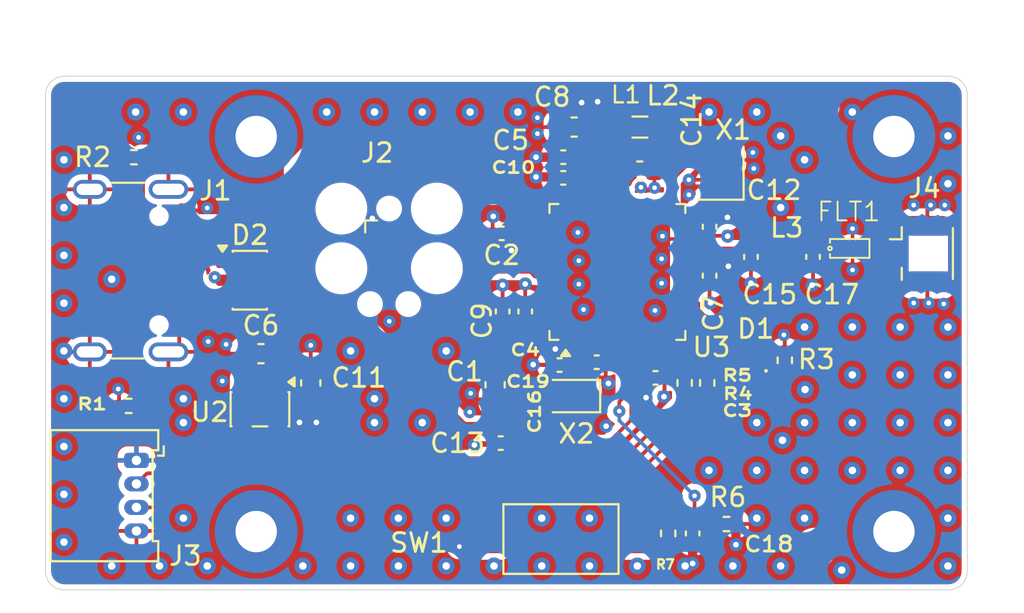
<source format=kicad_pcb>
(kicad_pcb (version 20241229) (generator "pcbnew") (generator_version "9.0")
  (layers (0 "F.Cu" signal) (4 "In1.Cu" signal) (6 "In2.Cu" signal) (2 "B.Cu" signal) (13 "F.Paste" user) (15 "B.Paste" user) (5 "F.SilkS" user "F.Silkscreen") (7 "B.SilkS" user "B.Silkscreen") (1 "F.Mask" user) (3 "B.Mask" user) (25 "Edge.Cuts" user))
  (net 0 "")
  (net 1 "+3.3V")
  (net 2 "GND")
  (net 3 "/VBUS")
  (net 4 "/SWD_NRST")
  (net 5 "/SMPSFB")
  (net 6 "/RF")
  (net 7 "/LSE_OUT")
  (net 8 "/RF_MATCH")
  (net 9 "/BOOT0")
  (net 10 "/LSE_IN")
  (net 11 "/LED_A")
  (net 12 "/LED_K")
  (net 13 "/USB_CC1")
  (net 14 "/RF_ANT")
  (net 15 "/USB_CC2")
  (net 16 "/SWD_CLK")
  (net 17 "/SWD_DIO")
  (net 18 "/SWD_TRC")
  (net 19 "Net-(J3-Pin_3)")
  (net 20 "Net-(J3-Pin_2)")
  (net 21 "/SMPSLX")
  (net 22 "/UART_TX")
  (net 23 "/UART_RX")
  (net 24 "/BSW")
  (net 34 "/HSE_OUT")
  (net 43 "/HSE_IN")
  (net 49 "/SMPSLXL")
  (net 50 "/USB_D-")
  (net 51 "/USB_D+")
  (net 54 "/USBC_D-")
  (net 55 "/USBC_D+")
  (footprint "Resistor_SMD:R_0402_1005Metric" (layer "F.Cu") (at 100.7 85.9 -90)
    (property "Reference" "R7")
    (property "Value" "220R")
  )
  (footprint "stm32withBluetoothFootprint:DLF162500LT-5028A1" (layer "F.Cu") (at 110.5 70.75)
    (property "Reference" "FLT1")
    (property "Value" "DLF162500LT-5028A1")
  )
  (footprint "Capacitor_SMD:C_0402_1005Metric" (layer "F.Cu") (at 102.9 69.6 -90)
    (property "Reference" "C12")
    (property "Value" "100n")
  )
  (footprint "Crystal:Crystal_SMD_2016-4Pin_2.0x1.6mm" (layer "F.Cu") (at 103.5 66.75 90)
    (property "Reference" "X1")
    (property "Value" "32MHz")
  )
  (footprint "Inductor_SMD:L_0402_1005Metric" (layer "F.Cu") (at 106.7 70.8)
    (property "Reference" "L3")
    (property "Value" "2n7")
  )
  (footprint "Capacitor_SMD:C_0402_1005Metric" (layer "F.Cu") (at 95.125 65.9 180)
    (property "Reference" "C5")
    (property "Value" "100n")
  )
  (footprint "Capacitor_SMD:C_0402_1005Metric" (layer "F.Cu") (at 102.9 72.2 -90)
    (property "Reference" "C7")
    (property "Value" "100n")
  )
  (footprint "MountingHole:MountingHole_2.2mm_M2_Pad" (layer "F.Cu") (at 78.8 85.8)
    (property "Reference" "H3" (hide yes))
    (property "Value" "MountingHole_Pad")
  )
  (footprint "Capacitor_SMD:C_0402_1005Metric" (layer "F.Cu") (at 96.9 76.8)
    (property "Reference" "C16")
    (property "Value" "10p")
  )
  (footprint "Capacitor_SMD:C_0603_1608Metric" (layer "F.Cu") (at 79.052151 76.344768 180)
    (property "Reference" "C6")
    (property "Value" "4u7")
  )
  (footprint "Resistor_SMD:R_0402_1005Metric" (layer "F.Cu") (at 101.575 77.9 90)
    (property "Reference" "R4")
    (property "Value" "220R")
  )
  (footprint "Resistor_SMD:R_0402_1005Metric" (layer "F.Cu") (at 72.3 65.9 180)
    (property "Reference" "R2")
    (property "Value" "5k1")
  )
  (footprint "Capacitor_SMD:C_0603_1608Metric" (layer "F.Cu") (at 99.19 66.64)
    (property "Reference" "C14")
    (property "Value" "4u7")
  )
  (footprint "Capacitor_SMD:C_0402_1005Metric" (layer "F.Cu") (at 91.8 81.1 180)
    (property "Reference" "C13")
    (property "Value" "100n")
  )
  (footprint "Button_Switch_SMD:SW_SPST_CK_RS282G05A3" (layer "F.Cu") (at 95 86.2 180)
    (property "Reference" "SW1")
    (property "Value" "SW_Push")
  )
  (footprint "Crystal:Crystal_SMD_2012-2Pin_2.0x1.2mm" (layer "F.Cu") (at 95.825 78.6 180)
    (property "Reference" "X2")
    (property "Value" "32KHz76B")
  )
  (footprint "Capacitor_SMD:C_0402_1005Metric" (layer "F.Cu") (at 94.925 76.95 180)
    (property "Reference" "C19")
    (property "Value" "10p")
  )
  (footprint "Capacitor_SMD:C_0603_1608Metric" (layer "F.Cu") (at 81.7 77.9 90)
    (property "Reference" "C11")
    (property "Value" "4u7")
  )
  (footprint "Resistor_SMD:R_0402_1005Metric" (layer "F.Cu") (at 106.9 76.7 -90)
    (property "Reference" "R3")
    (property "Value" "220R")
  )
  (footprint "Capacitor_SMD:C_0402_1005Metric" (layer "F.Cu") (at 102 85.9 -90)
    (property "Reference" "C18")
    (property "Value" "100n")
  )
  (footprint "Package_TO_SOT_SMD:TSOT-23-5" (layer "F.Cu") (at 79 79.3 -90)
    (property "Reference" "U2")
    (property "Value" "MIC5365-3.3YD5")
  )
  (footprint "MountingHole:MountingHole_2.2mm_M2_Pad" (layer "F.Cu") (at 112.7 85.8)
    (property "Reference" "H4" (hide yes))
    (property "Value" "MountingHole_Pad")
  )
  (footprint "Capacitor_SMD:C_0402_1005Metric" (layer "F.Cu") (at 108.4 71.2 -90)
    (property "Reference" "C17")
    (property "Value" "Op3")
  )
  (footprint "Resistor_SMD:R_0402_1005Metric" (layer "F.Cu") (at 103.8 85.4)
    (property "Reference" "R6")
    (property "Value" "5k1")
  )
  (footprint "Fiducial:Fiducial_1mm_Mask2mm" (layer "F.Cu") (at 108.5 86.7)
    (property "Reference" "FM2" (hide yes))
    (property "Value" "Fiducial")
  )
  (footprint "Capacitor_SMD:C_0402_1005Metric" (layer "F.Cu") (at 105.1 71.2 -90)
    (property "Reference" "C15")
    (property "Value" "Op8")
  )
  (footprint "Fiducial:Fiducial_1mm_Mask2mm" (layer "F.Cu") (at 69.5 63.2)
    (property "Reference" "FM3" (hide yes))
    (property "Value" "Fiducial")
  )
  (footprint "Capacitor_SMD:C_0402_1005Metric" (layer "F.Cu") (at 100.023253 77.631198)
    (property "Reference" "C3")
    (property "Value" "100n")
  )
  (footprint "Inductor_SMD:L_0402_1005Metric" (layer "F.Cu") (at 96.759373 66.498264 90)
    (property "Reference" "L1")
    (property "Value" "10n")
  )
  (footprint "MountingHole:MountingHole_2.2mm_M2_Pad" (layer "F.Cu") (at 78.8 64.8)
    (property "Reference" "H1" (hide yes))
    (property "Value" "MountingHole_Pad")
  )
  (footprint "Capacitor_SMD:C_0402_1005Metric" (layer "F.Cu") (at 95.125 67 180)
    (property "Reference" "C10")
    (property "Value" "100n")
  )
  (footprint "Inductor_SMD:L_0805_2012Metric" (layer "F.Cu") (at 99.2 64.3)
    (property "Reference" "L2")
    (property "Value" "10u")
  )
  (footprint "Resistor_SMD:R_0402_1005Metric" (layer "F.Cu") (at 102.775 77.9 90)
    (property "Reference" "R5")
    (property "Value" "220R")
  )
  (footprint "MountingHole:MountingHole_2.2mm_M2_Pad" (layer "F.Cu") (at 112.7 64.8)
    (property "Reference" "H2" (hide yes))
    (property "Value" "MountingHole_Pad")
  )
  (footprint "LED_SMD:LED_01005_0402Metric" (layer "F.Cu") (at 105.9 76.5 90)
    (property "Reference" "D1")
    (property "Value" "LED")
  )
  (footprint "Connector_USB:USB_C_Receptacle_GCT_USB4105-xx-A_16P_TopMnt_Horizontal" (layer "F.Cu") (at 71.03 71.93 -90)
    (property "Reference" "J1")
    (property "Value" "USB_C_Receptacle_USB2.0_16P")
  )
  (footprint "Capacitor_SMD:C_0402_1005Metric" (layer "F.Cu") (at 91.9 74.1 90)
    (property "Reference" "C9")
    (property "Value" "100n")
  )
  (footprint "Resistor_SMD:R_0402_1005Metric" (layer "F.Cu") (at 72.02 79.12 180)
    (property "Reference" "R1")
    (property "Value" "5k1")
  )
  (footprint "Package_DFN_QFN:QFN-48-1EP_7x7mm_P0.5mm_EP5.6x5.6mm" (layer "F.Cu") (at 98 72 90)
    (property "Reference" "U3")
    (property "Value" "STM32WB55CEU6")
  )
  (footprint "Capacitor_SMD:C_0402_1005Metric" (layer "F.Cu") (at 93.1 74.1 90)
    (property "Reference" "C4")
    (property "Value" "100n")
  )
  (footprint "Fiducial:Fiducial_1mm_Mask2mm" (layer "F.Cu") (at 108.7 63.2)
    (property "Reference" "FM1" (hide yes))
    (property "Value" "Fiducial")
  )
  (footprint "Capacitor_SMD:C_0603_1608Metric" (layer "F.Cu") (at 91.5 78 -90)
    (property "Reference" "C1")
    (property "Value" "4u7")
  )
  (footprint "Capacitor_SMD:C_0402_1005Metric" (layer "F.Cu") (at 91.85 69.95 180)
    (property "Reference" "C2")
    (property "Value" "100n")
  )
  (footprint "Package_TO_SOT_SMD:SOT-23-6" (layer "F.Cu") (at 78.46 72.44)
    (property "Reference" "D2")
    (property "Value" "USBLC6-2SC6")
  )
  (footprint "Capacitor_SMD:C_0603_1608Metric" (layer "F.Cu") (at 95.7 64.3 180)
    (property "Reference" "C8")
    (property "Value" "4u7")
  )
  (footprint "Connector_Molex:Molex_PicoBlade_53048-0410_1x04_P1.25mm_Horizontal" (layer "F.Cu") (at 72.434549 82.01838 -90)
    (property "Reference" "J3")
    (property "Value" "Conn_01x04_Pin")
  )
  (footprint "Connector_Coaxial:U.FL_Hirose_U.FL-R-SMT-1_Vertical" (layer "F.Cu") (at 114 71.0225)
    (property "Reference" "J4")
    (property "Value" "Conn_Coaxial")
  )
  (footprint "Connector:Tag-Connect_TC2030-IDC-FP_2x03_P1.27mm_Vertical" (layer "F.Cu") (at 85.865 71.17 -90)
    (property "Reference" "J2")
    (property "Value" "Conn_ARM_SWD_TagConnect_TC2030")
  )
  (gr_line (start 115.6 88.9) (end 68.6 88.9) (stroke (width 0.05)) (layer "Edge.Cuts"))
  (gr_arc (start 115.6 61.6) (mid 116.307107 61.892893) (end 116.6 62.6) (stroke (width 0.05)) (layer "Edge.Cuts"))
  (gr_arc (start 116.6 87.9) (mid 116.307107 88.607107) (end 115.6 88.9) (stroke (width 0.05)) (layer "Edge.Cuts"))
  (gr_line (start 68.6 61.6) (end 115.6 61.6) (stroke (width 0.05)) (layer "Edge.Cuts"))
  (gr_line (start 67.6 87.9) (end 67.6 62.6) (stroke (width 0.05)) (layer "Edge.Cuts"))
  (gr_line (start 116.6 62.6) (end 116.6 87.9) (stroke (width 0.05)) (layer "Edge.Cuts"))
  (gr_arc (start 68.6 88.9) (mid 67.892893 88.607107) (end 67.6 87.9) (stroke (width 0.05)) (layer "Edge.Cuts"))
  (gr_arc (start 67.6 62.6) (mid 67.892893 61.892893) (end 68.6 61.6) (stroke (width 0.05)) (layer "Edge.Cuts"))
  (segment (start 93.65 70.75) (end 93.6 70.8) (width 0.19) (layer "F.Cu") (net 1))
  (segment (start 96.9 63) (end 96.1 63) (width 0.25) (layer "F.Cu") (net 1))
  (segment (start 95.25 75.55) (end 94.7 76.1) (width 0.19) (layer "F.Cu") (net 1))
  (segment (start 95.7 67.8) (end 95.605 67.705) (width 0.25) (layer "F.Cu") (net 1))
  (segment (start 96.95 62.95) (end 96.9 63) (width 0.25) (layer "F.Cu") (net 1))
  (segment (start 92.33 70.82) (end 92.37 70.86) (width 0.25) (layer "F.Cu") (net 1))
  (segment (start 95.605 65.9) (end 95.605 67) (width 0.25) (layer "F.Cu") (net 1))
  (segment (start 102.93 69.1) (end 103.85 69.1) (width 0.5) (layer "F.Cu") (net 1))
  (segment (start 85.23 69.9) (end 85.23 69.411424) (width 0.22) (layer "F.Cu") (net 1))
  (segment (start 96.475 64.3) (end 96.475 63.375) (width 0.25) (layer "F.Cu") (net 1))
  (segment (start 89.6 86.6) (end 90.7 86.6) (width 0.5) (layer "F.Cu") (net 1))
  (segment (start 102.05 71.25) (end 102.1 71.3) (width 0.25) (layer "F.Cu") (net 1))
  (segment (start 99.1 76.3) (end 99.543253 76.743253) (width 0.25) (layer "F.Cu") (net 1))
  (segment (start 96.25 67.85) (end 96.2 67.8) (width 0.19) (layer "F.Cu") (net 1))
  (segment (start 91.9 76.825) (end 91.5 77.225) (width 0.5) (layer "F.Cu") (net 1))
  (segment (start 103.88 71.72) (end 103.9 71.7) (width 0.5) (layer "F.Cu") (net 1))
  (segment (start 98.75 75.95) (end 99.1 76.3) (width 0.19) (layer "F.Cu") (net 1))
  (segment (start 96.2 67.8) (end 95.7 67.8) (width 0.19) (layer "F.Cu") (net 1))
  (segment (start 94.5625 70.75) (end 93.65 70.75) (width 0.19) (layer "F.Cu") (net 1))
  (segment (start 96.1 63) (end 96.1 65.405) (width 0.25) (layer "F.Cu") (net 1))
  (segment (start 102.9 71.72) (end 103.88 71.72) (width 0.5) (layer "F.Cu") (net 1))
  (segment (start 101.4375 69.75) (end 101.95 69.75) (width 0.25) (layer "F.Cu") (net 1))
  (segment (start 92.33 69.95) (end 92.33 70.82) (width 0.25) (layer "F.Cu") (net 1))
  (segment (start 99.543253 76.743253) (end 99.543253 77.631198) (width 0.25) (layer "F.Cu") (net 1))
  (segment (start 102.1 71.3) (end 102.52 71.72) (width 0.3) (layer "F.Cu") (net 1))
  (segment (start 102.52 71.72) (end 102.9 71.72) (width 0.3) (layer "F.Cu") (net 1))
  (segment (start 102.58 69.12) (end 102.9 69.12) (width 0.25) (layer "F.Cu") (net 1))
  (segment (start 91.9 74.58) (end 91.9 76.825) (width 0.5) (layer "F.Cu") (net 1))
  (segment (start 101.4375 71.25) (end 102.05 71.25) (width 0.25) (layer "F.Cu") (net 1))
  (segment (start 95.25 75.4375) (end 95.25 75.55) (width 0.19) (layer "F.Cu") (net 1))
  (segment (start 93.6 70.8) (end 93.54 70.86) (width 0.25) (layer "F.Cu") (net 1))
  (segment (start 85.23 69.411424) (end 84.971424 69.152848) (width 0.22) (layer "F.Cu") (net 1))
  (segment (start 98.75 75.4375) (end 98.75 75.95) (width 0.19) (layer "F.Cu") (net 1))
  (segment (start 95.75 68.5625) (end 95.75 67.85) (width 0.19) (layer "F.Cu") (net 1))
  (segment (start 101.95 69.75) (end 102.58 69.12) (width 0.25) (layer "F.Cu") (net 1))
  (segment (start 99.543253 77.631198) (end 99.543253 78.661198) (width 0.5) (layer "F.Cu") (net 1))
  (segment (start 91.9 74.58) (end 93.1 74.58) (width 0.25) (layer "F.Cu") (net 1))
  (segment (start 96.1 65.405) (end 95.605 65.9) (width 0.25) (layer "F.Cu") (net 1))
  (segment (start 96.475 63.375) (end 96.1 63) (width 0.25) (layer "F.Cu") (net 1))
  (segment (start 95.75 67.85) (end 95.7 67.8) (width 0.19) (layer "F.Cu") (net 1))
  (segment (start 96.25 68.5625) (end 96.25 67.85) (width 0.19) (layer "F.Cu") (net 1))
  (segment (start 93.54 70.86) (end 92.37 70.86) (width 0.25) (layer "F.Cu") (net 1))
  (segment (start 90.7 86.6) (end 91.1 86.2) (width 0.5) (layer "F.Cu") (net 1))
  (segment (start 99.543253 78.661198) (end 99.523253 78.681198) (width 0.5) (layer "F.Cu") (net 1))
  (segment (start 95.605 67.705) (end 95.605 67) (width 0.25) (layer "F.Cu") (net 1))
  (via (at 103.9 71.7) (size 0.7) (drill 0.3) (layers "F.Cu" "B.Cu") (net 1))
  (via (at 94.7 76.1) (size 0.7) (drill 0.3) (layers "F.Cu" "B.Cu") (net 1))
  (via (at 92.37 70.86) (size 0.7) (drill 0.3) (layers "F.Cu" "B.Cu") (net 1))
  (via (at 82 80) (size 0.7) (drill 0.3) (layers "F.Cu" "B.Cu") (net 1))
  (via (at 99.523253 78.681198) (size 0.7) (drill 0.3) (layers "F.Cu" "B.Cu") (net 1))
  (via (at 96.95 62.95) (size 0.7) (drill 0.3) (layers "F.Cu" "B.Cu") (net 1))
  (via (at 103.85 69.1) (size 0.7) (drill 0.3) (layers "F.Cu" "B.Cu") (net 1))
  (via (at 89.6 86.6) (size 0.65) (drill 0.25) (layers "F.Cu" "B.Cu") (net 1))
  (via (at 81.1 80) (size 0.7) (drill 0.3) (layers "F.Cu" "B.Cu") (net 1))
  (via (at 96.1 63) (size 0.7) (drill 0.3) (layers "F.Cu" "B.Cu") (net 1))
  (via (at 84.971424 69.152848) (size 0.7) (drill 0.3) (layers "F.Cu" "B.Cu") (net 1))
  (segment (start 96.1 63) (end 96.025 63) (width 0.25) (layer "B.Cu") (net 1))
  (segment (start 84.971424 69.596424) (end 85.225 69.85) (width 0.22) (layer "B.Cu") (net 1))
  (segment (start 84.971424 69.152848) (end 84.971424 69.596424) (width 0.22) (layer "B.Cu") (net 1))
  (segment (start 106.85 76.14) (end 106.9 76.19) (width 0.5) (layer "F.Cu") (net 2))
  (segment (start 94.595 65.9) (end 93.675 65.9) (width 0.5) (layer "F.Cu") (net 2))
  (segment (start 97.25 68.5625) (end 97.25 71.25) (width 0.3) (layer "F.Cu") (net 2))
  (segment (start 79 78.1625) (end 79 78.7291) (width 0.5) (layer "F.Cu") (net 2))
  (segment (start 94.42 76.925) (end 94.445 76.95) (width 0.19) (layer "F.Cu") (net 2))
  (segment (start 101.8 67.9) (end 102.25 67.45) (width 0.19) (layer "F.Cu") (net 2))
  (segment (start 91.22 81.2) (end 91.32 81.1) (width 0.19) (layer "F.Cu") (net 2))
  (segment (start 110.5 71.9) (end 110.5 70.9775) (width 0.19) (layer "F.Cu") (net 2))
  (segment (start 101.8 67.1) (end 102.6 67.1) (width 0.19) (layer "F.Cu") (net 2))
  (segment (start 90.4 81.2) (end 91.22 81.2) (width 0.19) (layer "F.Cu") (net 2))
  (segment (start 102 87.5) (end 102 86.38) (width 0.5) (layer "F.Cu") (net 2))
  (segment (start 97.25 71.25) (end 98 72) (width 0.3) (layer "F.Cu") (net 2))
  (segment (start 85.23 72.44) (end 85.75 72.96) (width 0.19) (layer "F.Cu") (net 2))
  (segment (start 99.965 66.785) (end 99.965 66.64) (width 0.5) (layer "F.Cu") (net 2))
  (segment (start 102.6 67.1) (end 102.95 67.45) (width 0.19) (layer "F.Cu") (net 2))
  (segment (start 91.175 78.45) (end 91.5 78.775) (width 0.3) (layer "F.Cu") (net 2))
  (segment (start 100.025 66.7) (end 99.965 66.64) (width 0.5) (layer "F.Cu") (net 2))
  (segment (start 110.5 69.7) (end 110.5 70.5225) (width 0.19) (layer "F.Cu") (net 2))
  (segment (start 100.503253 78.601198) (end 100.473253 78.631198) (width 0.19) (layer "F.Cu") (net 2))
  (segment (start 77.6469 79.276) (end 77 78.6291) (width 0.5) (layer "F.Cu") (net 2))
  (segment (start 101.4375 70.25) (end 100.55 70.25) (width 0.19) (layer "F.Cu") (net 2))
  (segment (start 100.503253 77.631198) (end 100.503253 78.601198) (width 0.19) (layer "F.Cu") (net 2))
  (segment (start 102.73 70.25) (end 102.9 70.08) (width 0.25) (layer "F.Cu") (net 2))
  (segment (start 100.55 70.25) (end 100.4 70.1) (width 0.19) (layer "F.Cu") (net 2))
  (segment (start 71.467849 79.077849) (end 71.51 79.12) (width 0.5) (layer "F.Cu") (net 2))
  (segment (start 102.25 67.45) (end 102.95 67.45) (width 0.19) (layer "F.Cu") (net 2))
  (segment (start 78.4531 79.276) (end 77.6469 79.276) (width 0.5) (layer "F.Cu") (net 2))
  (segment (start 97.38 77.78) (end 97.525 77.925) (width 0.19) (layer "F.Cu") (net 2))
  (segment (start 79 78.7291) (end 78.4531 79.276) (width 0.5) (layer "F.Cu") (net 2))
  (segment (start 97.38 76.8) (end 97.38 77.78) (width 0.19) (layer "F.Cu") (net 2))
  (segment (start 93.525 76.925) (end 94.42 76.925) (width 0.19) (layer "F.Cu") (net 2))
  (segment (start 104.3 86.5) (end 104.3 85.41) (width 0.5) (layer "F.Cu") (net 2))
  (segment (start 91.33 69.91) (end 91.37 69.95) (width 0.25) (layer "F.Cu") (net 2))
  (segment (start 85.75 72.96) (end 85.75 73.175) (width 0.19) (layer "F.Cu") (net 2))
  (segment (start 78.8 64.8) (end 78.9 64.8) (width 0.19) (layer "F.Cu") (net 2))
  (segment (start 74.84 68.6) (end 74.71 68.73) (width 0.5) (layer "F.Cu") (net 2))
  (segment (start 77 78.6291) (end 77 77.8) (width 0.5) (layer "F.Cu") (net 2))
  (segment (start 104.3 85.41) (end 104.31 85.4) (width 0.5) (layer "F.Cu") (net 2))
  (segment (start 94.595 66.95) (end 93.675 66.95) (width 0.5) (layer "F.Cu") (net 2))
  (via (at 74.93 80.01) (size 0.9) (drill 0.4) (layers "F.Cu" "B.Cu") (net 2))
  (via (at 107.975 78.25) (size 0.9) (drill 0.4) (layers "F.Cu" "B.Cu") (net 2))
  (via (at 105.2 65.65) (size 0.65) (drill 0.25) (layers "F.Cu" "B.Cu") (net 2))
  (via (at 107.95 80.01) (size 0.9) (drill 0.4) (layers "F.Cu" "B.Cu") (net 2))
  (via (at 99.06 87.63) (size 0.9) (drill 0.4) (layers "F.Cu" "B.Cu") (net 2))
  (via (at 90.2 78.45) (size 0.65) (drill 0.25) (layers "F.Cu" "B.Cu") (net 2))
  (via (at 68.58 73.66) (size 0.9) (drill 0.4) (layers "F.Cu" "B.Cu") (net 2))
  (via (at 83.82 76.2) (size 0.9) (drill 0.4) (layers "F.Cu" "B.Cu") (net 2))
  (via (at 105.41 85.09) (size 0.9) (drill 0.4) (layers "F.Cu" "B.Cu") (net 2))
  (via (at 109.925 87.85) (size 0.9) (drill 0.4) (layers "F.Cu" "B.Cu") (net 2))
  (via (at 114.55 73.65) (size 0.65) (drill 0.25) (layers "F.Cu" "B.Cu") (net 2))
  (via (at 77 77.8) (size 0.65) (drill 0.25) (layers "F.Cu" "B.Cu") (net 2))
  (via (at 72.39 63.5) (size 0.9) (drill 0.4) (layers "F.Cu" "B.Cu") (net 2))
  (via (at 91.44 87.63) (size 0.9) (drill 0.4) (layers "F.Cu" "B.Cu") (net 2))
  (via (at 102.87 63.5) (size 0.9) (drill 0.4) (layers "F.Cu" "B.Cu") (net 2))
  (via (at 110.49 80.01) (size 0.9) (drill 0.4) (layers "F.Cu" "B.Cu") (net 2))
  (via (at 82.55 63.5) (size 0.9) (drill 0.4) (layers "F.Cu" "B.Cu") (net 2))
  (via (at 95.9 69.9) (size 0.65) (drill 0.25) (layers "F.Cu" "B.Cu") (net 2))
  (via (at 110.49 77.47) (size 0.9) (drill 0.4) (layers "F.Cu" "B.Cu") (net 2))
  (via (at 68.58 83.82) (size 0.9) (drill 0.4) (layers "F.Cu" "B.Cu") (net 2))
  (via (at 114.65 68.45) (size 0.65) (drill 0.25) (layers "F.Cu" "B.Cu") (net 2))
  (via (at 95.95 72.65) (size 0.65) (drill 0.25) (layers "F.Cu" "B.Cu") (net 2))
  (via (at 113.75 68.45) (size 0.65) (drill 0.25) (layers "F.Cu" "B.Cu") (net 2))
  (via (at 68.58 81.28) (size 0.9) (drill 0.4) (layers "F.Cu" "B.Cu") (net 2))
  (via (at 81.28 87.63) (size 0.9) (drill 0.4) (layers "F.Cu" "B.Cu") (net 2))
  (via (at 68.58 78.74) (size 0.9) (drill 0.4) (layers "F.Cu" "B.Cu") (net 2))
  (via (at 115.57 74.93) (size 0.9) (drill 0.4) (layers "F.Cu" "B.Cu") (net 2))
  (via (at 110.49 63.5) (size 0.9) (drill 0.4) (layers "F.Cu" "B.Cu") (net 2))
  (via (at 100.35 72.6) (size 0.65) (drill 0.25) (layers "F.Cu" "B.Cu") (net 2))
  (via (at 90.17 63.5) (size 0.9) (drill 0.4) (layers "F.Cu" "B.Cu") (net 2))
  (via (at 71.467849 78.225232) (size 0.65) (drill 0.25) (layers "F.Cu" "B.Cu") (net 2))
  (via (at 76.25 75.7) (size 0.65) (drill 0.25) (layers "F.Cu" "B.Cu") (net 2))
  (via (at 100.35 71.3) (size 0.65) (drill 0.25) (layers "F.Cu" "B.Cu") (net 2))
  (via (at 115.57 77.47) (size 0.9) (drill 0.4) (layers "F.Cu" "B.Cu") (net 2))
  (via (at 76.2 68.6) (size 0.65) (drill 0.25) (layers "F.Cu" "B.Cu") (net 2))
  (via (at 88.9 87.63) (size 0.9) (drill 0.4) (layers "F.Cu" "B.Cu") (net 2))
  (via (at 86.36 87.63) (size 0.9) (drill 0.4) (layers "F.Cu" "B.Cu") (net 2))
  (via (at 110.49 82.55) (size 0.9) (drill 0.4) (layers "F.Cu" "B.Cu") (net 2))
  (via (at 110.5 71.9) (size 0.65) (drill 0.25) (layers "F.Cu" "B.Cu") (net 2))
  (via (at 86.36 85.09) (size 0.9) (drill 0.4) (layers "F.Cu" "B.Cu") (net 2))
  (via (at 93.98 87.63) (size 0.9) (drill 0.4) (layers "F.Cu" "B.Cu") (net 2))
  (via (at 102.87 82.55) (size 0.9) (drill 0.4) (layers "F.Cu" "B.Cu") (net 2))
  (via (at 110.5 69.7) (size 0.65) (drill 0.25) (layers "F.Cu" "B.Cu") (net 2))
  (via (at 99.975 67.525) (size 0.65) (drill 0.25) (layers "F.Cu" "B.Cu") (net 2))
  (via (at 113.03 74.93) (size 0.9) (drill 0.4) (layers "F.Cu" "B.Cu") (net 2))
  (via (at 106.68 68.58) (size 0.9) (drill 0.4) (layers "F.Cu" "B.Cu") (net 2))
  (via (at 105.25 66.5) (size 0.65) (drill 0.25) (layers "F.Cu" "B.Cu") (net 2))
  (via (at 77.2 75.85) (size 0.65) (drill 0.25) (layers "F.Cu" "B.Cu") (net 2))
  (via (at 106.68 87.63) (size 0.9) (drill 0.4) (layers "F.Cu" "B.Cu") (net 2))
  (via (at 100.4 70.1) (size 0.65) (drill 0.25) (layers "F.Cu" "B.Cu") (net 2))
  (via (at 102 87.5) (size 0.7) (drill 0.3) (layers "F.Cu" "B.Cu") (net 2))
  (via (at 113.03 82.55) (size 0.9) (drill 0.4) (layers "F.Cu" "B.Cu") (net 2))
  (via (at 85.09 78.74) (size 0.9) (drill 0.4) (layers "F.Cu" "B.Cu") (net 2))
  (via (at 107.95 66.04) (size 0.9) (drill 0.4) (layers "F.Cu" "B.Cu") (net 2))
  (via (at 88.9 76.2) (size 0.9) (drill 0.4) (layers "F.Cu" "B.Cu") (net 2))
  (via (at 105.41 80.01) (size 0.9) (drill 0.4) (layers "F.Cu" "B.Cu") (net 2))
  (via (at 108.35 72.7) (size 0.7) (drill 0.3) (layers "F.Cu" "B.Cu") (net 2))
  (via (at 85.09 80.01) (size 0.9) (drill 0.4) (layers "F.Cu" "B.Cu") (net 2))
  (via (at 113.03 80.01) (size 0.9) (drill 0.4) (layers "F.Cu" "B.Cu") (net 2))
  (via (at 113.75 73.65) (size 0.65) (drill 0.25) (layers "F.Cu" "B.Cu") (net 2))
  (via (at 97.4 80.2) (size 0.7) (drill 0.3) (layers "F.Cu" "B.Cu") (net 2))
  (via (at 115.57 67.31) (size 0.9) (drill 0.4) (layers "F.Cu" "B.Cu") (net 2))
  (via (at 105.1 72.6) (size 0.7) (drill 0.3) (layers "F.Cu" "B.Cu") (net 2))
  (via (at 110.49 74.93) (size 0.9) (drill 0.4) (layers "F.Cu" "B.Cu") (net 2))
  (via (at 90.15 79.45) (size 0.65) (drill 0.25) (layers "F.Cu" "B.Cu") (net 2))
  (via (at 85.09 63.5) (size 0.9) (drill 0.4) (layers "F.Cu" "B.Cu") (net 2))
  (via (at 74.93 63.5) (size 0.9) (drill 0.4) (layers "F.Cu" "B.Cu") (net 2))
  (via (at 104.14 87.63) (size 0.9) (drill 0.4) (layers "F.Cu" "B.Cu") (net 2))
  (via (at 74.93 85.09) (size 0.9) (drill 0.4) (layers "F.Cu" "B.Cu") (net 2))
  (via (at 71.12 72.39) (size 0.9) (drill 0.4) (layers "F.Cu" "B.Cu") (net 2))
  (via (at 90.4 81.2) (size 0.7) (drill 0.3) (layers "F.Cu" "B.Cu") (net 2))
  (via (at 83.82 87.63) (size 0.9) (drill 0.4) (layers "F.Cu" "B.Cu") (net 2))
  (via (at 100.473253 78.631198) (size 0.7) (drill 0.3) (layers "F.Cu" "B.Cu") (net 2))
  (via (at 68.58 76.2) (size 0.9) (drill 0.4) (layers "F.Cu" "B.Cu") (net 2))
  (via (at 93.98 85.09) (size 0.9) (drill 0.4) (layers "F.Cu" "B.Cu") (net 2))
  (via (at 115.57 87.63) (size 0.9) (drill 0.4) (layers "F.Cu" "B.Cu") (net 2))
  (via (at 103.86 70.1) (size 0.7) (drill 0.3) (layers "F.Cu" "B.Cu") (net 2))
  (via (at 73.66 87.63) (size 0.9) (drill 0.4) (layers "F.Cu" "B.Cu") (net 2))
  (via (at 101.8 67.9) (size 0.65) (drill 0.25) (layers "F.Cu" "B.Cu") (net 2))
  (via (at 115.57 82.55) (size 0.9) (drill 0.4) (layers "F.Cu" "B.Cu") (net 2))
  (via (at 107.95 85.09) (size 0.9) (drill 0.4) (layers "F.Cu" "B.Cu") (net 2))
  (via (at 93.1 72.64) (size 0.7) (drill 0.3) (layers "F.Cu" "B.Cu") (net 2))
  (via (at 115.57 64.77) (size 0.9) (drill 0.4) (layers "F.Cu" "B.Cu") (net 2))
  (via (at 106.775 80.95) (size 0.9) (drill 0.4) (layers "F.Cu" "B.Cu") (net 2))
  (via (at 105.41 63.5) (size 0.9) (drill 0.4) (layers "F.Cu" "B.Cu") (net 2))
  (via (at 68.58 86.36) (size 0.9) (drill 0.4) (layers "F.Cu" "B.Cu") (net 2))
  (via (at 95.95 71.4) (size 0.65) (drill 0.25) (layers "F.Cu" "B.Cu") (net 2))
  (via (at 106.85 75.35) (size 0.65) (drill 0.25) (layers "F.Cu" "B.Cu") (net 2))
  (via (at 93.675 66.95) (size 0.7) (drill 0.3) (layers "F.Cu" "B.Cu") (net 2))
  (via (at 76.2 87.63) (size 0.9) (drill 0.4) (layers "F.Cu" "B.Cu") (net 2))
  (via (at 83.82 85.09) (size 0.9) (drill 0.4) (layers "F.Cu" "B.Cu") (net 2))
  (via (at 97.525 77.925) (size 0.7) (drill 0.3) (layers "F.Cu" "B.Cu") (net 2))
  (via (at 71.12 87.63) (size 0.9) (drill 0.4) (layers "F.Cu" "B.Cu") (net 2))
  (via (at 107.95 74.93) (size 0.9) (drill 0.4) (layers "F.Cu" "B.Cu") (net 2))
  (via (at 91.9 72.7) (size 0.7) (drill 0.3) (layers "F.Cu" "B.Cu") (net 2))
  (via (at 113.03 77.47) (size 0.9) (drill 0.4) (layers "F.Cu" "B.Cu") (net 2))
  (via (at 68.58 68.58) (size 0.9) (drill 0.4) (layers "F.Cu" "B.Cu") (net 2))
  (via (at 115.57 85.09) (size 0.9) (drill 0.4) (layers "F.Cu" "B.Cu") (net 2))
  (via (at 105.41 82.55) (size 0.9) (drill 0.4) (layers "F.Cu" "B.Cu") (net 2))
  (via (at 96.2 74) (size 0.65) (drill 0.25) (layers "F.Cu" "B.Cu") (net 2))
  (via (at 87.63 80.01) (size 0.9) (drill 0.4) (layers "F.Cu" "B.Cu") (net 2))
  (via (at 101.6 87.63) (size 0.9) (drill 0.4) (layers "F.Cu" "B.Cu") (net 2))
  (via (at 92.71 63.5) (size 0.9) (drill 0.4) (layers "F.Cu" "B.Cu") (net 2))
  (via (at 91.4 69.05) (size 0.7) (drill 0.3) (layers "F.Cu" "B.Cu") (net 2))
  (via (at 72.55 64.85) (size 0.65) (drill 0.25) (layers "F.Cu" "B.Cu") (net 2))
  (via (at 102.95 73.65) (size 0.7) (drill 0.3) (layers "F.Cu" "B.Cu") (net 2))
  (via (at 100 74.05) (size 0.65) (drill 0.25) (layers "F.Cu" "B.Cu") (net 2))
  (via (at 96.52 87.63) (size 0.9) (drill 0.4) (layers "F.Cu" "B.Cu") (net 2))
  (via (at 81.7 75.9) (size 0.65) (drill 0.25) (layers "F.Cu" "B.Cu") (net 2))
  (via (at 96.52 85.09) (size 0.9) (drill 0.4) (layers "F.Cu" "B.Cu") (net 2))
  (via (at 93.525 76.925) (size 0.7) (drill 0.3) (layers "F.Cu" "B.Cu") (net 2))
  (via (at 107.95 82.55) (size 0.9) (drill 0.4) (layers "F.Cu" "B.Cu") (net 2))
  (via (at 101.8 67.1) (size 0.65) (drill 0.25) (layers "F.Cu" "B.Cu") (net 2))
  (via (at 93.75 64.65) (size 0.65) (drill 0.25) (layers "F.Cu" "B.Cu") (net 2))
  (via (at 93.75 63.8) (size 0.65) (drill 0.25) (layers "F.Cu" "B.Cu") (net 2))
  (via (at 68.58 66.04) (size 0.9) (drill 0.4) (layers "F.Cu" "B.Cu") (net 2))
  (via (at 85.875 74.625) (size 0.65) (drill 0.25) (layers "F.Cu" "B.Cu") (net 2))
  (via (at 99.25 67.5) (size 0.65) (drill 0.25) (layers "F.Cu" "B.Cu") (net 2))
  (via (at 115.4 68.45) (size 0.65) (drill 0.25) (layers "F.Cu" "B.Cu") (net 2))
  (via (at 68.58 71.12) (size 0.9) (drill 0.4) (layers "F.Cu" "B.Cu") (net 2))
  (via (at 104.3 86.5) (size 0.7) (drill 0.3) (layers "F.Cu" "B.Cu") (net 2))
  (via (at 74.93 78.74) (size 0.9) (drill 0.4) (layers "F.Cu" "B.Cu") (net 2))
  (via (at 115.35 73.7) (size 0.65) (drill 0.25) (layers "F.Cu" "B.Cu") (net 2))
  (via (at 87.63 63.5) (size 0.9) (drill 0.4) (layers "F.Cu" "B.Cu") (net 2))
  (via (at 76.597303 72.283151) (size 0.65) (drill 0.25) (layers "F.Cu" "B.Cu") (net 2))
  (via (at 88.9 85.09) (size 0.9) (drill 0.4) (layers "F.Cu" "B.Cu") (net 2))
  (via (at 93.675 65.9) (size 0.7) (drill 0.3) (layers "F.Cu" "B.Cu") (net 2))
  (via (at 106.68 64.77) (size 0.9) (drill 0.4) (layers "F.Cu" "B.Cu") (net 2))
  (via (at 115.57 80.01) (size 0.9) (drill 0.4) (layers "F.Cu" "B.Cu") (net 2))
  (segment (start 79.5975 72.44) (end 78.9829 72.44) (width 0.5) (layer "F.Cu") (net 3))
  (segment (start 78.436 74.266) (end 78.5 74.33) (width 0.5) (layer "F.Cu") (net 3))
  (segment (start 79.73 74.33) (end 79.827151 74.427151) (width 0.5) (layer "F.Cu") (net 3))
  (segment (start 78.9829 72.44) (end 78.436 72.9869) (width 0.5) (layer "F.Cu") (net 3))
  (segment (start 79.827151 74.427151) (end 79.827151 76.344768) (width 0.5) (layer "F.Cu") (net 3))
  (segment (start 78.436 72.9869) (end 78.436 74.266) (width 0.5) (layer "F.Cu") (net 3))
  (segment (start 79.95 76.467617) (end 79.827151 76.344768) (width 0.5) (layer "F.Cu") (net 3))
  (segment (start 78.5 74.33) (end 79.73 74.33) (width 0.5) (layer "F.Cu") (net 3))
  (segment (start 74.71 69.53) (end 77.93 69.53) (width 0.5) (layer "F.Cu") (net 3))
  (segment (start 78.05 77.815104) (end 79.520336 76.344768) (width 0.19) (layer "F.Cu") (net 3))
  (segment (start 77.93 69.53) (end 78.436 70.036) (width 0.5) (layer "F.Cu") (net 3))
  (segment (start 79.95 78.1625) (end 79.95 76.467617) (width 0.5) (layer "F.Cu") (net 3))
  (segment (start 78.436 70.036) (end 78.436 72.9869) (width 0.5) (layer "F.Cu") (net 3))
  (segment (start 74.71 74.33) (end 78.5 74.33) (width 0.5) (layer "F.Cu") (net 3))
  (segment (start 78.05 78.1625) (end 78.05 77.815104) (width 0.19) (layer "F.Cu") (net 3))
  (segment (start 79.520336 76.344768) (end 79.827151 76.344768) (width 0.19) (layer "F.Cu") (net 3))
  (segment (start 82.685682 73.34845) (end 81.78155 72.444318) (width 0.19) (layer "F.Cu") (net 4))
  (segment (start 83.170223 73.34845) (end 82.685682 73.34845) (width 0.19) (layer "F.Cu") (net 4))
  (segment (start 84.32155 70.26155) (end 85.23 71.17) (width 0.19) (layer "F.Cu") (net 4))
  (segment (start 98.737001 79.862999) (end 97.5 81.1) (width 0.19) (layer "F.Cu") (net 4))
  (segment (start 98.737001 76.584043) (end 98.737001 79.862999) (width 0.19) (layer "F.Cu") (net 4))
  (segment (start 89.892773 80.071) (end 83.170223 73.34845) (width 0.19) (layer "F.Cu") (net 4))
  (segment (start 97.5 81.1) (end 92.28 81.1) (width 0.19) (layer "F.Cu") (net 4))
  (segment (start 81.78155 71.88155) (end 81.78155 71.165682) (width 0.19) (layer "F.Cu") (net 4))
  (segment (start 92.28 81.1) (end 91.251 80.071) (width 0.19) (layer "F.Cu") (net 4))
  (segment (start 82.685682 70.26155) (end 84.32155 70.26155) (width 0.19) (layer "F.Cu") (net 4))
  (segment (start 98.25 75.4375) (end 98.25 76.097042) (width 0.19) (layer "F.Cu") (net 4))
  (segment (start 98.25 76.097042) (end 98.737001 76.584043) (width 0.19) (layer "F.Cu") (net 4))
  (segment (start 81.78155 71.9) (end 81.78155 71.88155) (width 0.19) (layer "F.Cu") (net 4))
  (segment (start 81.78155 72.444318) (end 81.78155 71.9) (width 0.19) (layer "F.Cu") (net 4))
  (segment (start 91.251 80.071) (end 89.892773 80.071) (width 0.19) (layer "F.Cu") (net 4))
  (segment (start 81.78155 71.165682) (end 82.685682 70.26155) (width 0.19) (layer "F.Cu") (net 4))
  (segment (start 105.07 70.75) (end 105.1 70.72) (width 0.19) (layer "F.Cu") (net 6))
  (segment (start 106.135 70.72) (end 106.215 70.8) (width 0.19) (layer "F.Cu") (net 6))
  (segment (start 105.1 70.72) (end 106.135 70.72) (width 0.19) (layer "F.Cu") (net 6))
  (segment (start 101.4375 70.75) (end 105.07 70.75) (width 0.19) (layer "F.Cu") (net 6))
  (segment (start 96.545 76.675) (end 96.42 76.8) (width 0.19) (layer "F.Cu") (net 7))
  (segment (start 96.25 76.23) (end 96.545 76.525) (width 0.19) (layer "F.Cu") (net 7))
  (segment (start 96.25 75.4375) (end 96.25 76.23) (width 0.19) (layer "F.Cu") (net 7))
  (segment (start 96.545 76.525) (end 96.545 76.675) (width 0.19) (layer "F.Cu") (net 7))
  (segment (start 96.42 76.8) (end 96.545 76.925) (width 0.19) (layer "F.Cu") (net 7))
  (segment (start 96.545 78.58) (end 96.525 78.6) (width 0.19) (layer "F.Cu") (net 7))
  (segment (start 96.545 76.925) (end 96.545 78.58) (width 0.19) (layer "F.Cu") (net 7))
  (segment (start 109.8575 70.72) (end 109.8875 70.75) (width 0.19) (layer "F.Cu") (net 8))
  (segment (start 107.185 70.8) (end 108.32 70.8) (width 0.19) (layer "F.Cu") (net 8))
  (segment (start 108.4 70.72) (end 109.8575 70.72) (width 0.19) (layer "F.Cu") (net 8))
  (segment (start 108.32 70.8) (end 108.4 70.72) (width 0.19) (layer "F.Cu") (net 8))
  (segment (start 101.97 85.39) (end 102 85.42) (width 0.19) (layer "F.Cu") (net 9))
  (segment (start 103.27 85.42) (end 103.29 85.4) (width 0.19) (layer "F.Cu") (net 9))
  (segment (start 102.1 85.32) (end 102 85.42) (width 0.19) (layer "F.Cu") (net 9))
  (segment (start 98.346001 78.653999) (end 98.1 78.9) (width 0.19) (layer "F.Cu") (net 9))
  (segment (start 97.794 76.194) (end 98.346 76.746) (width 0.19) (layer "F.Cu") (net 9))
  (segment (start 96.75 76.05) (end 96.9 76.2) (width 0.19) (layer "F.Cu") (net 9))
  (segment (start 96.9 76.2) (end 96.906 76.194) (width 0.19) (layer "F.Cu") (net 9))
  (segment (start 102 85.42) (end 103.27 85.42) (width 0.19) (layer "F.Cu") (net 9))
  (segment (start 98.1 78.9) (end 98.1 79.1) (width 0.19) (layer "F.Cu") (net 9))
  (segment (start 98.346 76.746) (end 98.346001 78.653999) (width 0.19) (layer "F.Cu") (net 9))
  (segment (start 100.7 85.39) (end 101.97 85.39) (width 0.19) (layer "F.Cu") (net 9))
  (segment (start 96.75 75.4375) (end 96.75 76.05) (width 0.19) (layer "F.Cu") (net 9))
  (segment (start 96.906 76.194) (end 97.794 76.194) (width 0.19) (layer "F.Cu") (net 9))
  (segment (start 98.1 79.1) (end 98.1 79.4) (width 0.19) (layer "F.Cu") (net 9))
  (segment (start 102.1 83.9) (end 102.1 85.32) (width 0.19) (layer "F.Cu") (net 9))
  (via (at 98.1 79.4) (size 0.65) (drill 0.25) (layers "F.Cu" "B.Cu") (net 9))
  (via (at 102.1 83.9) (size 0.65) (drill 0.25) (layers "F.Cu" "B.Cu") (net 9))
  (segment (start 98.1 79.4) (end 98.1 79.9) (width 0.19) (layer "B.Cu") (net 9))
  (segment (start 98.1 79.9) (end 102.1 83.9) (width 0.19) (layer "B.Cu") (net 9))
  (segment (start 95.275 78.6) (end 95.125 78.6) (width 0.19) (layer "F.Cu") (net 10))
  (segment (start 95.75 76.605) (end 95.405 76.95) (width 0.19) (layer "F.Cu") (net 10))
  (segment (start 95.405 76.95) (end 95.405 78.47) (width 0.19) (layer "F.Cu") (net 10))
  (segment (start 95.405 78.47) (end 95.275 78.6) (width 0.19) (layer "F.Cu") (net 10))
  (segment (start 95.75 75.4375) (end 95.75 76.605) (width 0.19) (layer "F.Cu") (net 10))
  (segment (start 104.55 76.25) (end 105.9 76.25) (width 0.19) (layer "F.Cu") (net 11))
  (segment (start 101.883728 73.25) (end 102.304 73.670272) (width 0.19) (layer "F.Cu") (net 11))
  (segment (start 101.4375 73.25) (end 101.883728 73.25) (width 0.19) (layer "F.Cu") (net 11))
  (segment (start 102.304 74.004) (end 104.55 76.25) (width 0.19) (layer "F.Cu") (net 11))
  (segment (start 102.304 73.670272) (end 102.304 74.004) (width 0.19) (layer "F.Cu") (net 11))
  (segment (start 105.9 76.75) (end 106.44 76.75) (width 0.19) (layer "F.Cu") (net 12))
  (segment (start 106.44 76.75) (end 106.9 77.21) (width 0.19) (layer "F.Cu") (net 12))
  (segment (start 72.789 69.360752) (end 74.108248 70.68) (width 0.19) (layer "F.Cu") (net 13))
  (segment (start 72.81 65.9) (end 72.789 65.921) (width 0.19) (layer "F.Cu") (net 13))
  (segment (start 72.789 65.921) (end 72.789 69.360752) (width 0.19) (layer "F.Cu") (net 13))
  (segment (start 74.108248 70.68) (end 74.71 70.68) (width 0.19) (layer "F.Cu") (net 13))
  (segment (start 111.3475 71.0225) (end 112.95 71.0225) (width 0.19) (layer "F.Cu") (net 14))
  (segment (start 111.1 70.775) (end 111.3475 71.0225) (width 0.19) (layer "F.Cu") (net 14))
  (segment (start 111.1125 70.75) (end 111.1125 70.7625) (width 0.19) (layer "F.Cu") (net 14))
  (segment (start 111.1125 70.7625) (end 111.1 70.775) (width 0.19) (layer "F.Cu") (net 14))
  (segment (start 72.53 74.961921) (end 72.53 79.12) (width 0.19) (layer "F.Cu") (net 15))
  (segment (start 74.42 73.68) (end 74.4 73.7) (width 0.19) (layer "F.Cu") (net 15))
  (segment (start 73.791921 73.7) (end 72.53 74.961921) (width 0.19) (layer "F.Cu") (net 15))
  (segment (start 74.71 73.68) (end 74.42 73.68) (width 0.19) (layer "F.Cu") (net 15))
  (segment (start 74.4 73.7) (end 73.791921 73.7) (width 0.19) (layer "F.Cu") (net 15))
  (segment (start 87.40845 70.26155) (end 90.451072 70.26155) (width 0.19) (layer "F.Cu") (net 16))
  (segment (start 91.695522 71.506) (end 93.860272 71.506) (width 0.19) (layer "F.Cu") (net 16))
  (segment (start 94.116272 71.25) (end 94.5625 71.25) (width 0.19) (layer "F.Cu") (net 16))
  (segment (start 90.451072 70.26155) (end 91.695522 71.506) (width 0.19) (layer "F.Cu") (net 16))
  (segment (start 86.5 71.17) (end 87.40845 70.26155) (width 0.19) (layer "F.Cu") (net 16))
  (segment (start 93.860272 71.506) (end 94.116272 71.25) (width 0.19) (layer "F.Cu") (net 16))
  (segment (start 86.7163 69.6837) (end 86.5 69.9) (width 0.19) (layer "F.Cu") (net 17))
  (segment (start 86.82 66.52) (end 86.7163 66.6263) (width 0.19) (layer "F.Cu") (net 17))
  (segment (start 94.5625 70.25) (end 92.99 70.25) (width 0.19) (layer "F.Cu") (net 17))
  (segment (start 92.99 70.25) (end 92.95 70.21) (width 0.19) (layer "F.Cu") (net 17))
  (segment (start 91.9 67.99) (end 90.42 67.99) (width 0.19) (layer "F.Cu") (net 17))
  (segment (start 92.95 69.04) (end 91.9 67.99) (width 0.19) (layer "F.Cu") (net 17))
  (segment (start 90.42 67.99) (end 90.42 66.62) (width 0.19) (layer "F.Cu") (net 17))
  (segment (start 90.42 66.62) (end 90.33 66.53) (width 0.19) (layer "F.Cu") (net 17))
  (segment (start 90.33 66.53) (end 86.82 66.52) (width 0.19) (layer "F.Cu") (net 17))
  (segment (start 92.95 70.21) (end 92.95 69.04) (width 0.19) (layer "F.Cu") (net 17))
  (segment (start 86.7163 66.6263) (end 86.7163 69.6837) (width 0.19) (layer "F.Cu") (net 17))
  (segment (start 87.72337 73.34845) (end 86.81492 72.44) (width 0.19) (layer "F.Cu") (net 18))
  (segment (start 90.398768 71.994) (end 89.044318 73.34845) (width 0.19) (layer "F.Cu") (net 18))
  (segment (start 93.623582 72.25) (end 93.367582 71.994) (width 0.19) (layer "F.Cu") (net 18))
  (segment (start 86.81492 72.44) (end 86.5 72.44) (width 0.19) (layer "F.Cu") (net 18))
  (segment (start 94.5625 72.25) (end 93.623582 72.25) (width 0.19) (layer "F.Cu") (net 18))
  (segment (start 93.367582 71.994) (end 90.398768 71.994) (width 0.19) (layer "F.Cu") (net 18))
  (segment (start 89.044318 73.34845) (end 87.72337 73.34845) (width 0.19) (layer "F.Cu") (net 18))
  (segment (start 83 82.6) (end 75.3 82.6) (width 0.19) (layer "F.Cu") (net 19))
  (segment (start 73.4 84.5) (end 73.41838 84.51838) (width 0.19) (layer "F.Cu") (net 19))
  (segment (start 102.775 79.025) (end 98.5 83.3) (width 0.19) (layer "F.Cu") (net 19))
  (segment (start 75.3 82.6) (end 73.4 84.5) (width 0.19) (layer "F.Cu") (net 19))
  (segment (start 98.5 83.3) (end 83.7 83.3) (width 0.19) (layer "F.Cu") (net 19))
  (segment (start 83.7 83.3) (end 83 82.6) (width 0.19) (layer "F.Cu") (net 19))
  (segment (start 73.41838 84.51838) (end 72.434549 84.51838) (width 0.19) (layer "F.Cu") (net 19))
  (segment (start 102.775 78.41) (end 102.775 79.025) (width 0.19) (layer "F.Cu") (net 19))
  (segment (start 88.8 81.9) (end 88.6 81.7) (width 0.19) (layer "F.Cu") (net 20))
  (segment (start 73.9 82.7) (end 73.1 82.7) (width 0.19) (layer "F.Cu") (net 20))
  (segment (start 98.354999 81.9) (end 88.8 81.9) (width 0.19) (layer "F.Cu") (net 20))
  (segment (start 73.1 82.7) (end 73.08562 82.71438) (width 0.19) (layer "F.Cu") (net 20))
  (segment (start 72.988549 82.71438) (end 72.434549 83.26838) (width 0.19) (layer "F.Cu") (net 20))
  (segment (start 101.575 78.41) (end 101.575 78.679999) (width 0.19) (layer "F.Cu") (net 20))
  (segment (start 74.9 81.7) (end 73.9 82.7) (width 0.19) (layer "F.Cu") (net 20))
  (segment (start 88.6 81.7) (end 74.9 81.7) (width 0.19) (layer "F.Cu") (net 20))
  (segment (start 73.08562 82.71438) (end 72.988549 82.71438) (width 0.19) (layer "F.Cu") (net 20))
  (segment (start 101.575 78.679999) (end 98.354999 81.9) (width 0.19) (layer "F.Cu") (net 20))
  (segment (start 96.75 67.75) (end 96.75 66.992637) (width 0.25) (layer "F.Cu") (net 21))
  (segment (start 96.75 66.992637) (end 96.759373 66.983264) (width 0.25) (layer "F.Cu") (net 21))
  (segment (start 96.75 68.5625) (end 96.75 67.75) (width 0.2) (layer "F.Cu") (net 21))
  (segment (start 101.49 77.39) (end 101.575 77.39) (width 0.19) (layer "F.Cu") (net 22))
  (segment (start 100.25 76.15) (end 101.49 77.39) (width 0.19) (layer "F.Cu") (net 22))
  (segment (start 100.25 75.4375) (end 100.25 76.15) (width 0.19) (layer "F.Cu") (net 22))
  (segment (start 100.75 75.4375) (end 100.75 75.55) (width 0.19) (layer "F.Cu") (net 23))
  (segment (start 100.75 75.55) (end 102.59 77.39) (width 0.19) (layer "F.Cu") (net 23))
  (segment (start 102.59 77.39) (end 102.775 77.39) (width 0.19) (layer "F.Cu") (net 23))
  (segment (start 100.49 86.2) (end 100.7 86.41) (width 0.19) (layer "F.Cu") (net 24))
  (segment (start 98.9 86.2) (end 100.49 86.2) (width 0.19) (layer "F.Cu") (net 24))
  (segment (start 104.05 67.506992) (end 104.05 67.45) (width 0.19) (layer "F.Cu") (net 34))
  (segment (start 103.360992 68.196) (end 104.05 67.506992) (width 0.19) (layer "F.Cu") (net 34))
  (segment (start 101.4375 69.25) (end 101.45 69.25) (width 0.19) (layer "F.Cu") (net 34))
  (segment (start 101.4375 69.25) (end 101.55 69.25) (width 0.19) (layer "F.Cu") (net 34))
  (segment (start 103.304 68.196) (end 103.360992 68.196) (width 0.19) (layer "F.Cu") (net 34))
  (segment (start 103.3 68.2) (end 103.304 68.196) (width 0.19) (layer "F.Cu") (net 34))
  (segment (start 102.5 68.2) (end 103.3 68.2) (width 0.19) (layer "F.Cu") (net 34))
  (segment (start 101.45 69.25) (end 102.5 68.2) (width 0.19) (layer "F.Cu") (net 34))
  (segment (start 101.55 69.25) (end 101.575 69.275) (width 0.19) (layer "F.Cu") (net 34))
  (segment (start 100.921 68.3915) (end 100.75 68.5625) (width 0.19) (layer "F.Cu") (net 43))
  (segment (start 102.95 66.05) (end 101.971773 66.05) (width 0.19) (layer "F.Cu") (net 43))
  (segment (start 101.971773 66.05) (end 100.921 67.100773) (width 0.19) (layer "F.Cu") (net 43))
  (segment (start 100.921 67.100773) (end 100.921 68.3915) (width 0.19) (layer "F.Cu") (net 43))
  (segment (start 98.1375 64.635137) (end 96.759373 66.013264) (width 0.5) (layer "F.Cu") (net 49))
  (segment (start 98.1375 64.3) (end 98.1375 64.635137) (width 0.5) (layer "F.Cu") (net 49))
  (segment (start 80.73 66.565356) (end 81.554387 65.740969) (width 0.22) (layer "F.Cu") (net 50))
  (segment (start 80.972856 71.49) (end 80.73 71.247144) (width 0.22) (layer "F.Cu") (net 50))
  (segment (start 81.554387 65.740969) (end 90.749783 65.740969) (width 0.22) (layer "F.Cu") (net 50))
  (segment (start 93.842229 68.833415) (end 93.842229 69.31402) (width 0.22) (layer "F.Cu") (net 50))
  (segment (start 93.906249 69.25) (end 94.5625 69.25) (width 0.22) (layer "F.Cu") (net 50))
  (segment (start 80.73 71.247144) (end 80.73 66.565356) (width 0.22) (layer "F.Cu") (net 50))
  (segment (start 93.842229 69.31402) (end 93.906249 69.25) (width 0.22) (layer "F.Cu") (net 50))
  (segment (start 90.749783 65.740969) (end 93.842229 68.833415) (width 0.22) (layer "F.Cu") (net 50))
  (segment (start 79.5975 71.49) (end 80.972856 71.49) (width 0.22) (layer "F.Cu") (net 50))
  (segment (start 81.10098 72.25513) (end 81.10098 71.861) (width 0.22) (layer "F.Cu") (net 51))
  (segment (start 79.9365 73.051) (end 81.1 73.06) (width 0.22) (layer "F.Cu") (net 51))
  (segment (start 93.688556 69.68502) (end 93.841269 69.68502) (width 0.22) (layer "F.Cu") (net 51))
  (segment (start 81.10098 71.861) (end 81.12653 71.861) (width 0.22) (layer "F.Cu") (net 51))
  (segment (start 81.343856 71.336326) (end 81.101 71.09347) (width 0.22) (layer "F.Cu") (net 51))
  (segment (start 93.906249 69.75) (end 94.5625 69.75) (width 0.22) (layer "F.Cu") (net 51))
  (segment (start 79.5975 73.39) (end 79.9365 73.051) (width 0.22) (layer "F.Cu") (net 51))
  (segment (start 93.688535 69.685) (end 93.688556 69.68502) (width 0.22) (layer "F.Cu") (net 51))
  (segment (start 81.1 73.06) (end 81.10098 72.25513) (width 0.22) (layer "F.Cu") (net 51))
  (segment (start 90.598611 66.114471) (end 93.356 68.87186) (width 0.22) (layer "F.Cu") (net 51))
  (segment (start 93.356 69.685) (end 93.688535 69.685) (width 0.22) (layer "F.Cu") (net 51))
  (segment (start 81.101 66.71903) (end 81.705559 66.114471) (width 0.22) (layer "F.Cu") (net 51))
  (segment (start 93.356 68.87186) (end 93.356 69.685) (width 0.22) (layer "F.Cu") (net 51))
  (segment (start 81.12653 71.861) (end 81.343856 71.643673) (width 0.22) (layer "F.Cu") (net 51))
  (segment (start 93.841269 69.68502) (end 93.906249 69.75) (width 0.22) (layer "F.Cu") (net 51))
  (segment (start 81.343856 71.643673) (end 81.343856 71.336326) (width 0.22) (layer "F.Cu") (net 51))
  (segment (start 81.101 71.09347) (end 81.101 66.71903) (width 0.22) (layer "F.Cu") (net 51))
  (segment (start 81.705559 66.114471) (end 90.598611 66.114471) (width 0.22) (layer "F.Cu") (net 51))
  (segment (start 74.71 71.18) (end 73.38 71.18) (width 0.22) (layer "F.Cu") (net 54))
  (segment (start 73.41 72.17) (end 73.42 72.18) (width 0.22) (layer "F.Cu") (net 54))
  (segment (start 77.0125 71.18) (end 77.3225 71.49) (width 0.22) (layer "F.Cu") (net 54))
  (segment (start 73.42 72.18) (end 74.71 72.18) (width 0.22) (layer "F.Cu") (net 54))
  (segment (start 73.38 71.18) (end 73.29 71.27) (width 0.22) (layer "F.Cu") (net 54))
  (segment (start 73.29 71.27) (end 73.29 72.17) (width 0.22) (layer "F.Cu") (net 54))
  (segment (start 77.3225 71.49) (end 76.96 71.49) (width 0.22) (layer "F.Cu") (net 54))
  (segment (start 74.71 71.18) (end 77.0125 71.18) (width 0.22) (layer "F.Cu") (net 54))
  (segment (start 73.29 72.17) (end 73.41 72.17) (width 0.22) (layer "F.Cu") (net 54))
  (segment (start 75.69 72.085001) (end 75.69 72.68) (width 0.22) (layer "F.Cu") (net 55))
  (segment (start 75.88 72.68) (end 75.88 72.88) (width 0.22) (layer "F.Cu") (net 55))
  (segment (start 76.96 73.39) (end 76.621 73.051) (width 0.22) (layer "F.Cu") (net 55))
  (segment (start 75.284999 71.68) (end 75.69 72.085001) (width 0.22) (layer "F.Cu") (net 55))
  (segment (start 77.3225 73.39) (end 76.96 73.39) (width 0.22) (layer "F.Cu") (net 55))
  (segment (start 75.69 72.68) (end 74.71 72.68) (width 0.22) (layer "F.Cu") (net 55))
  (segment (start 75.88 72.88) (end 76.03 73.03) (width 0.22) (layer "F.Cu") (net 55))
  (segment (start 76.621 73.051) (end 76.03 73.03) (width 0.22) (layer "F.Cu") (net 55))
  (segment (start 75.88 72.68) (end 75.69 72.68) (width 0.22) (layer "F.Cu") (net 55))
  (segment (start 74.71 71.68) (end 75.284999 71.68) (width 0.22) (layer "F.Cu") (net 55))
  (zone (net 5) (net_name "/SMPSFB") (layer "F.Cu") (priority 1) (connect_pads yes (clearance 0.2)) (min_thickness 0.2) (fill yes (thermal_gap 0.5) (thermal_bridge_width 0.5))
    (polygon (pts (xy 100.9 63.6) (xy 100.9 65.4) (xy 99.136525 65.536525) (xy 99 67.3) (xy 98 67.7) (xy 98 68.6) (xy 97.5 68.6) (xy 97.5 65.8) (xy 98.6 65.8) (xy 99.7 63.6)))
  )
  (zone (net 1) (net_name "+3.3V") (layer "F.Cu") (priority 2) (connect_pads yes (clearance 0.2)) (min_thickness 0.25) (fill yes (thermal_gap 0.5) (thermal_bridge_width 0.5))
    (polygon (pts (xy 82.7 78) (xy 82.7 78.3) (xy 82.7 80.769563) (xy 80.957137 81.3) (xy 79.2 81.3) (xy 79.2 79.3) (xy 80.8 79.3) (xy 80.8 77.8) (xy 82.689795 77.810205)))
  )
  (zone (net 1) (net_name "+3.3V") (layer "F.Cu") (priority 3) (connect_pads yes (clearance 0.3)) (min_thickness 0.15) (fill yes (thermal_gap 0.4) (thermal_bridge_width 0.25) (island_removal_mode 1) (island_area_min 10))
    (polygon (pts (xy 93.8 74.1) (xy 93.8 74.6) (xy 94.754301 74.6) (xy 95.582393 75.032185) (xy 95.6 76.1) (xy 94.7 76.1) (xy 93.8 75.1) (xy 92.4 75.1) (xy 92.4 74.1)))
  )
  (zone (net 2) (net_name "GND") (layers "F.Cu" "In1.Cu" "In2.Cu") (connect_pads (clearance 0.35)) (min_thickness 0.15) (fill yes (thermal_gap 0.4) (thermal_bridge_width 0.2) (island_removal_mode 1) (island_area_min 10))
    (polygon (pts (xy 116.999413 61.690926) (xy 67.399413 61.590926) (xy 67.599413 88.990926) (xy 116.799413 88.890926)))
  )
  (zone (net 1) (net_name "+3.3V") (layer "B.Cu") (connect_pads (clearance 0.3)) (min_thickness 0.15) (fill yes (thermal_gap 0.4) (thermal_bridge_width 0.25) (island_removal_mode 1) (island_area_min 10))
    (polygon (pts (xy 117 61.7) (xy 67.4 61.6) (xy 67.6 89) (xy 116.8 88.9)))
  )
)
</source>
